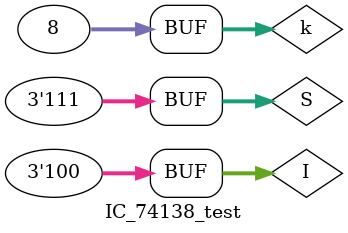
<source format=v>

`timescale 1ns / 1ps

module IC_74138_test;

reg [2:0] I;
reg [2:0] S;
wire [7:0] D;
integer k;

IC_74138 ttul(.I(I), .S(S), .D(D));

initial
begin
    S = 0; I = 3;
    for (k = 0; k < 8; k = k + 1)
        #5 S = k;
    #10;
    
    S = 0; I = 5;
    for (k = 0; k < 8; k = k + 1)
        #5 S = k;
    #10;
    
    S = 0; I = 2;
    for (k = 0; k < 8; k = k + 1)
        #5 S = k;
    #10;
    
    S = 0; I = 4;
    for (k = 0; k < 8; k = k + 1)
        #5 S = k;
    #10;    
end

endmodule 

</source>
